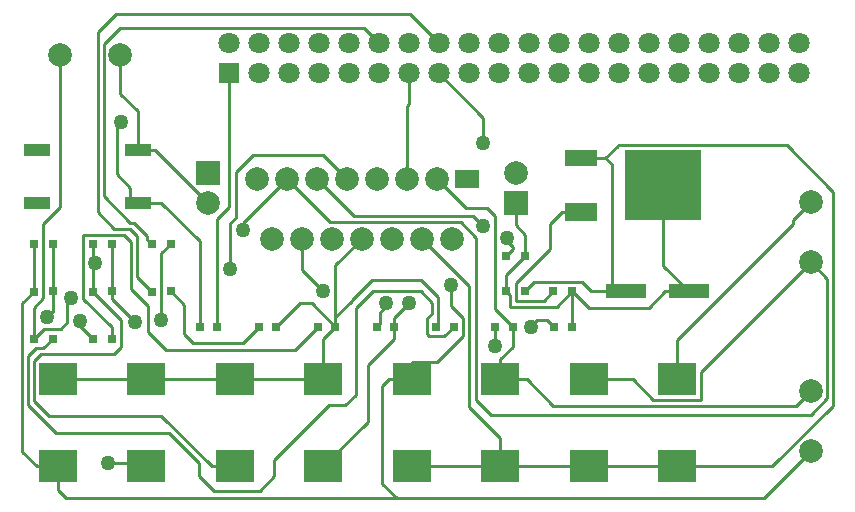
<source format=gtl>
G04*
G04 #@! TF.GenerationSoftware,Altium Limited,Altium Designer,21.0.9 (235)*
G04*
G04 Layer_Physical_Order=1*
G04 Layer_Color=255*
%FSLAX25Y25*%
%MOIN*%
G70*
G04*
G04 #@! TF.SameCoordinates,074C7CE2-B8ED-49E8-8598-2E4F6B166CDE*
G04*
G04*
G04 #@! TF.FilePolarity,Positive*
G04*
G01*
G75*
%ADD11C,0.01000*%
%ADD19R,0.12992X0.10630*%
%ADD20R,0.03150X0.03150*%
%ADD21R,0.03150X0.03150*%
%ADD22R,0.11024X0.05906*%
%ADD23R,0.11024X0.05315*%
%ADD24R,0.25591X0.23622*%
%ADD25R,0.13780X0.04724*%
%ADD26R,0.08661X0.03858*%
%ADD41C,0.07874*%
%ADD42R,0.07874X0.07874*%
%ADD43R,0.07087X0.07087*%
%ADD44C,0.07087*%
%ADD45R,0.07874X0.06299*%
%ADD46C,0.05000*%
D11*
X237937Y293307D02*
X239177Y292067D01*
X226378Y293307D02*
X237937D01*
X359351Y367329D02*
Y368256D01*
X361351Y364501D02*
Y365329D01*
X359351Y367329D02*
X361351Y365329D01*
X362205Y372505D02*
X365354Y369356D01*
Y362205D02*
Y369356D01*
X359055Y362205D02*
X361351Y364501D01*
X362205Y372505D02*
Y379764D01*
X355351Y344452D02*
X361220Y338583D01*
X355351Y344452D02*
Y375489D01*
X352551Y378289D02*
X355351Y375489D01*
X359055Y355906D02*
X365354Y362205D01*
X314349Y354331D02*
X330709D01*
X336446Y339398D02*
Y348594D01*
X330709Y354331D02*
X336446Y348594D01*
X330646Y350457D02*
X334446Y346657D01*
X314652Y350457D02*
X330646D01*
X334446Y343195D02*
Y346657D01*
X326709Y346394D02*
X326772D01*
X332555Y341305D02*
X334446Y343195D01*
X321850Y341535D02*
X326709Y346394D01*
X302165Y338583D02*
Y341970D01*
X307531Y347336D02*
Y347513D01*
X302165Y341970D02*
Y359095D01*
Y341970D02*
X307531Y347336D01*
Y347513D02*
X314349Y354331D01*
X308951Y344756D02*
X314652Y350457D01*
X315945Y338583D02*
X317020Y339657D01*
Y343496D01*
X318898Y345374D02*
Y346457D01*
X317020Y343496D02*
X318898Y345374D01*
X321850Y338583D02*
Y341535D01*
X332555Y336387D02*
Y341305D01*
X333434Y335508D02*
X338461D01*
X335630Y338583D02*
X336446Y339398D01*
X332555Y336387D02*
X333434Y335508D01*
X367451Y338520D02*
Y338756D01*
X338461Y335508D02*
X341535Y338583D01*
X312951Y325856D02*
X321801Y334706D01*
X321751Y334756D02*
Y338583D01*
X233851Y379921D02*
Y385056D01*
X207872Y358256D02*
Y366156D01*
Y350408D02*
Y358256D01*
Y343677D02*
Y350408D01*
X327677Y326756D02*
X335910D01*
X322551Y281456D02*
X444999D01*
X212474D02*
X322551D01*
X221262Y359167D02*
Y366128D01*
X394251Y350394D02*
Y392756D01*
X359055Y350394D02*
Y355906D01*
X411319Y359035D02*
Y385758D01*
Y359035D02*
X419961Y350394D01*
X411989D02*
X419961D01*
X406551Y344956D02*
X411989Y350394D01*
X386540Y344956D02*
X406551D01*
X381102Y350394D02*
X386540Y344956D01*
X302165Y359095D02*
X311024Y367953D01*
X298177Y321093D02*
Y334594D01*
X302165Y338583D01*
X348151Y375456D02*
X351351Y372256D01*
X308520Y375456D02*
X348151D01*
X296024Y387953D02*
X308520Y375456D01*
X291024Y357583D02*
X298151Y350456D01*
X291024Y357583D02*
Y367953D01*
X336772Y423071D02*
X351461Y408382D01*
Y399960D02*
Y408382D01*
X204770Y331557D02*
X207872Y334660D01*
X202452Y331557D02*
X204770D01*
X199651Y328756D02*
X202452Y331557D01*
X199651Y312656D02*
Y328756D01*
Y312656D02*
X209051Y303256D01*
X246851D01*
X256851Y293256D01*
Y288756D02*
Y293256D01*
Y288756D02*
X261651Y283956D01*
X276951D01*
X281751Y288756D01*
Y294156D01*
X300051Y312456D01*
X305351D01*
X308951Y316056D01*
Y344756D01*
X372827Y340756D02*
X375000Y338583D01*
X369451Y340756D02*
X372827D01*
X367451Y338756D02*
X369451Y340756D01*
X244151D02*
Y363065D01*
X247242Y366156D01*
X340551Y345717D02*
Y352656D01*
Y345717D02*
X344610Y341657D01*
Y335456D02*
Y341657D01*
X335910Y326756D02*
X344610Y335456D01*
X327677Y321093D02*
Y326756D01*
X345687Y378289D02*
X352551D01*
X336024Y387953D02*
X345687Y378289D01*
X357177Y321093D02*
X365914D01*
X374729Y312278D01*
X455821D01*
X460630Y317087D01*
X386677Y321093D02*
X401366D01*
X408181Y314278D01*
X424174D01*
Y323622D01*
X460630Y360079D01*
X286024Y387953D02*
X300520Y373456D01*
X343951D01*
X349151Y368256D01*
Y314256D02*
Y368256D01*
Y314256D02*
X354051Y309356D01*
X460667D01*
X466067Y314756D01*
Y354642D01*
X460630Y360079D02*
X466067Y354642D01*
X260951Y292067D02*
X268677D01*
X244062Y308956D02*
X260951Y292067D01*
X206551Y308956D02*
X244062D01*
X201651Y313856D02*
X206551Y308956D01*
X201651Y313856D02*
Y327256D01*
X203952Y329557D01*
X228352D01*
X230651Y331856D01*
Y340991D01*
X221262Y350380D02*
X230651Y340991D01*
X221262Y350380D02*
Y359167D01*
X222151Y360056D01*
X271251Y370956D02*
Y373180D01*
X286024Y387953D01*
X387413Y350394D02*
X394251D01*
X384251Y353556D02*
X387413Y350394D01*
X368517Y353556D02*
X384251D01*
X365354Y350394D02*
X368517Y353556D01*
X383957Y394843D02*
X392164D01*
X396351Y399029D01*
Y399156D01*
X452551D01*
X468067Y383640D01*
Y312391D02*
Y383640D01*
X447743Y292067D02*
X468067Y312391D01*
X416177Y292067D02*
X447743D01*
X392164Y394843D02*
X394251Y392756D01*
Y350394D02*
X398937D01*
X298120Y395856D02*
X306024Y387953D01*
X274551Y395856D02*
X298120D01*
X269001Y390306D02*
X274551Y395856D01*
X269001Y374928D02*
Y390306D01*
X267151Y373078D02*
X269001Y374928D01*
X267151Y358056D02*
Y373078D01*
X217151Y338743D02*
Y340556D01*
Y338743D02*
X221262Y334632D01*
X357177Y292067D02*
Y301443D01*
X346610Y312010D02*
X357177Y301443D01*
X346610Y312010D02*
Y352366D01*
X331024Y367953D02*
X346610Y352366D01*
X376028Y345319D02*
X381102Y350394D01*
X360280Y345319D02*
X376028D01*
X360280D02*
Y349169D01*
X359055Y350394D02*
X360280Y349169D01*
X377606Y376811D02*
X383957D01*
X373551Y372756D02*
X377606Y376811D01*
X373551Y364656D02*
Y372756D01*
X362280Y353384D02*
X373551Y364656D01*
X362280Y347319D02*
Y353384D01*
Y347319D02*
X371728D01*
X374803Y350394D01*
X233851Y379921D02*
X236220D01*
X229251Y389656D02*
X233851Y385056D01*
X229251Y389656D02*
Y405356D01*
X230651Y406756D01*
X271314Y333321D02*
X276575Y338583D01*
X254551Y333321D02*
X271314D01*
X251815Y336058D02*
X254551Y333321D01*
X251815Y336058D02*
Y345834D01*
X247242Y350408D02*
X251815Y345834D01*
X201577Y334632D02*
Y344956D01*
X204751Y348130D01*
Y372856D01*
X210472Y378577D01*
Y429134D01*
X212751Y346756D02*
X214151Y348156D01*
X212751Y340130D02*
Y346756D01*
X210551Y337930D02*
X212751Y340130D01*
X204875Y337930D02*
X210551D01*
X201577Y334632D02*
X204875Y337930D01*
X206151Y341956D02*
X207872Y343677D01*
X355315Y332156D02*
Y338583D01*
X288733Y331056D02*
X296260Y338583D01*
X245551Y331056D02*
X288733D01*
X239851Y336756D02*
X245551Y331056D01*
X239851Y336756D02*
Y345656D01*
X234151Y351356D02*
X239851Y345656D01*
X234151Y351356D02*
Y366756D01*
X231651Y369256D02*
X234151Y366756D01*
X218151Y369256D02*
X231651D01*
X218151Y347956D02*
Y369256D01*
Y347956D02*
X227557Y338550D01*
Y334660D02*
Y338550D01*
X326887Y442956D02*
X336772Y433071D01*
X229151Y442956D02*
X326887D01*
X222951Y436756D02*
X229151Y442956D01*
X222951Y376756D02*
Y436756D01*
Y376756D02*
X228451Y371256D01*
X233751D01*
X236151Y368856D01*
Y355176D02*
Y368856D01*
Y355176D02*
X240947Y350380D01*
X239399Y367676D02*
X240947Y366128D01*
X239399Y367676D02*
Y368756D01*
X234899Y373256D02*
X239399Y368756D01*
X233819Y373256D02*
X234899D01*
X224951Y382124D02*
X233819Y373256D01*
X224951Y382124D02*
Y432756D01*
X230351Y438156D01*
X311687D01*
X316772Y433071D01*
X319989Y321093D02*
X327677D01*
X317651Y318756D02*
X319989Y321093D01*
X317651Y286356D02*
Y318756D01*
Y286356D02*
X322551Y281456D01*
X444999D02*
X460630Y297087D01*
X227557Y348050D02*
X235501Y340106D01*
X227557Y348050D02*
Y350408D01*
X454659Y374108D02*
X460630Y380079D01*
X454659Y372838D02*
Y374108D01*
X416177Y334356D02*
X454659Y372838D01*
X416177Y321093D02*
Y334356D01*
X266772Y378520D02*
Y423071D01*
X262795Y374544D02*
X266772Y378520D01*
X262795Y338583D02*
Y374544D01*
X209677Y284252D02*
Y292067D01*
Y284252D02*
X212474Y281456D01*
X327677Y292067D02*
X357177D01*
X256890Y338583D02*
Y367083D01*
X244051Y379921D02*
X256890Y367083D01*
X236220Y379921D02*
X244051D01*
X326024Y387953D02*
Y412308D01*
X326772Y413056D01*
Y423071D01*
X294292Y346456D02*
X302165Y338583D01*
X290354Y346456D02*
X294292D01*
X282480Y338583D02*
X290354Y346456D01*
X227557Y350408D02*
Y366156D01*
X312951Y306930D02*
Y325856D01*
X298177Y292156D02*
X312951Y306930D01*
X298177Y292067D02*
Y292156D01*
X202551Y292067D02*
X209677D01*
X197651Y296967D02*
X202551Y292067D01*
X197651Y296967D02*
Y346454D01*
X201577Y350380D01*
X241969Y397638D02*
X259843Y379764D01*
X236220Y397638D02*
X241969D01*
X381102Y344553D02*
Y350394D01*
X380906Y344356D02*
X381102Y344553D01*
X380906Y338583D02*
Y344356D01*
X230472Y416204D02*
Y429134D01*
Y416204D02*
X236220Y410456D01*
Y397638D02*
Y410456D01*
X268677Y321093D02*
X298177D01*
X209677D02*
X239177D01*
X268677D01*
X201577Y350380D02*
Y366128D01*
X361220Y331799D02*
Y338583D01*
X357177Y327756D02*
X361220Y331799D01*
X357177Y321093D02*
Y327756D01*
X386677Y292067D02*
X416177D01*
X357177D02*
X386677D01*
D19*
X416177D02*
D03*
Y321093D02*
D03*
X386677Y292067D02*
D03*
Y321093D02*
D03*
X357177Y292067D02*
D03*
Y321093D02*
D03*
X327677Y292067D02*
D03*
Y321093D02*
D03*
X298177Y292067D02*
D03*
Y321093D02*
D03*
X268677Y292067D02*
D03*
Y321093D02*
D03*
X239177Y292067D02*
D03*
Y321093D02*
D03*
X209677Y292067D02*
D03*
Y321093D02*
D03*
D20*
X321850Y338583D02*
D03*
X315945D02*
D03*
X374803Y350394D02*
D03*
X381102D02*
D03*
X365354Y362205D02*
D03*
X359055D02*
D03*
Y350394D02*
D03*
X365354D02*
D03*
X380906Y338583D02*
D03*
X375000D02*
D03*
X361220D02*
D03*
X355315D02*
D03*
X335630D02*
D03*
X341535D02*
D03*
X302165D02*
D03*
X296260D02*
D03*
X282480D02*
D03*
X276575D02*
D03*
X256890D02*
D03*
X262795D02*
D03*
D21*
X240947Y366128D02*
D03*
X247242Y366156D02*
D03*
X240947Y350380D02*
D03*
X247242Y350408D02*
D03*
X221262Y350380D02*
D03*
X227557Y350408D02*
D03*
X221262Y334632D02*
D03*
X227557Y334660D02*
D03*
X201577Y334632D02*
D03*
X207872Y334660D02*
D03*
X221262Y366128D02*
D03*
X227557Y366156D02*
D03*
X201577Y350380D02*
D03*
X207872Y350408D02*
D03*
X201577Y366128D02*
D03*
X207872Y366156D02*
D03*
D22*
X383957Y376811D02*
D03*
D23*
X383957Y394843D02*
D03*
D24*
X411319Y385758D02*
D03*
D25*
X398937Y350394D02*
D03*
X419961D02*
D03*
D26*
X236220Y379921D02*
D03*
Y397638D02*
D03*
X202559Y379921D02*
D03*
Y397638D02*
D03*
D41*
X259843Y379764D02*
D03*
X230472Y429134D02*
D03*
X210472D02*
D03*
X460630Y297087D02*
D03*
Y317087D02*
D03*
Y360079D02*
D03*
Y380079D02*
D03*
X362205Y389764D02*
D03*
X341024Y367953D02*
D03*
X336024Y387953D02*
D03*
X331024Y367953D02*
D03*
X326024Y387953D02*
D03*
X321024Y367953D02*
D03*
X316024Y387953D02*
D03*
X311024Y367953D02*
D03*
X306024Y387953D02*
D03*
X301024Y367953D02*
D03*
X296024Y387953D02*
D03*
X291024Y367953D02*
D03*
X286024Y387953D02*
D03*
X281024Y367953D02*
D03*
X276024Y387953D02*
D03*
D42*
X259843Y389764D02*
D03*
X362205Y379764D02*
D03*
D43*
X266772Y423071D02*
D03*
D44*
Y433071D02*
D03*
X276772Y423071D02*
D03*
Y433071D02*
D03*
X286772Y423071D02*
D03*
Y433071D02*
D03*
X296772Y423071D02*
D03*
Y433071D02*
D03*
X306772Y423071D02*
D03*
Y433071D02*
D03*
X316772Y423071D02*
D03*
Y433071D02*
D03*
X326772Y423071D02*
D03*
Y433071D02*
D03*
X336772Y423071D02*
D03*
Y433071D02*
D03*
X346772Y423071D02*
D03*
Y433071D02*
D03*
X356772Y423071D02*
D03*
Y433071D02*
D03*
X366772Y423071D02*
D03*
Y433071D02*
D03*
X376772Y423071D02*
D03*
Y433071D02*
D03*
X386772Y423071D02*
D03*
Y433071D02*
D03*
X396772Y423071D02*
D03*
Y433071D02*
D03*
X406772Y423071D02*
D03*
Y433071D02*
D03*
X416772Y423071D02*
D03*
Y433071D02*
D03*
X426772Y423071D02*
D03*
Y433071D02*
D03*
X436772Y423071D02*
D03*
Y433071D02*
D03*
X446772Y423071D02*
D03*
Y433071D02*
D03*
X456772Y423071D02*
D03*
Y433071D02*
D03*
D45*
X346024Y387953D02*
D03*
D46*
X226378Y293307D02*
D03*
X359351Y368256D02*
D03*
X326772Y346394D02*
D03*
X318898Y346457D02*
D03*
X367451Y338520D02*
D03*
X351351Y372256D02*
D03*
X298151Y350456D02*
D03*
X351461Y399960D02*
D03*
X244151Y340756D02*
D03*
X340551Y352656D02*
D03*
X222151Y360056D02*
D03*
X271251Y370956D02*
D03*
X267151Y358056D02*
D03*
X217151Y340556D02*
D03*
X230651Y406756D02*
D03*
X214151Y348156D02*
D03*
X206151Y341956D02*
D03*
X355315Y332156D02*
D03*
X235501Y340106D02*
D03*
M02*

</source>
